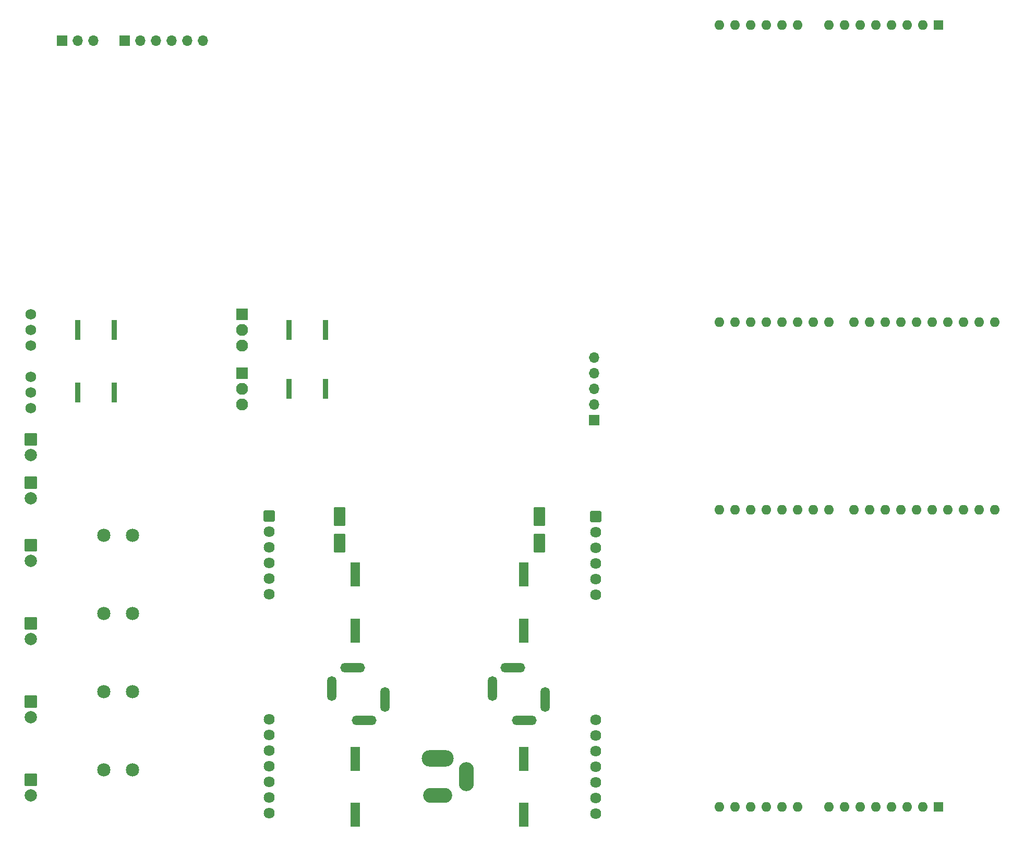
<source format=gts>
G04 #@! TF.GenerationSoftware,KiCad,Pcbnew,7.0.9*
G04 #@! TF.CreationDate,2024-03-05T13:31:22-05:00*
G04 #@! TF.ProjectId,sleep_rig_pcb,736c6565-705f-4726-9967-5f7063622e6b,rev?*
G04 #@! TF.SameCoordinates,Original*
G04 #@! TF.FileFunction,Soldermask,Top*
G04 #@! TF.FilePolarity,Negative*
%FSLAX46Y46*%
G04 Gerber Fmt 4.6, Leading zero omitted, Abs format (unit mm)*
G04 Created by KiCad (PCBNEW 7.0.9) date 2024-03-05 13:31:22*
%MOMM*%
%LPD*%
G01*
G04 APERTURE LIST*
G04 Aperture macros list*
%AMRoundRect*
0 Rectangle with rounded corners*
0 $1 Rounding radius*
0 $2 $3 $4 $5 $6 $7 $8 $9 X,Y pos of 4 corners*
0 Add a 4 corners polygon primitive as box body*
4,1,4,$2,$3,$4,$5,$6,$7,$8,$9,$2,$3,0*
0 Add four circle primitives for the rounded corners*
1,1,$1+$1,$2,$3*
1,1,$1+$1,$4,$5*
1,1,$1+$1,$6,$7*
1,1,$1+$1,$8,$9*
0 Add four rect primitives between the rounded corners*
20,1,$1+$1,$2,$3,$4,$5,0*
20,1,$1+$1,$4,$5,$6,$7,0*
20,1,$1+$1,$6,$7,$8,$9,0*
20,1,$1+$1,$8,$9,$2,$3,0*%
G04 Aperture macros list end*
%ADD10RoundRect,0.102000X-0.800000X1.400000X-0.800000X-1.400000X0.800000X-1.400000X0.800000X1.400000X0*%
%ADD11R,1.498600X3.911600*%
%ADD12RoundRect,0.102000X-0.795000X0.795000X-0.795000X-0.795000X0.795000X-0.795000X0.795000X0.795000X0*%
%ADD13C,1.794000*%
%ADD14C,2.159000*%
%ADD15RoundRect,0.102000X-0.900000X0.900000X-0.900000X-0.900000X0.900000X-0.900000X0.900000X0.900000X0*%
%ADD16C,2.004000*%
%ADD17R,0.914400X3.251200*%
%ADD18C,1.727200*%
%ADD19RoundRect,0.076200X0.892500X-0.892500X0.892500X0.892500X-0.892500X0.892500X-0.892500X-0.892500X0*%
%ADD20C,1.937400*%
%ADD21R,1.700000X1.700000*%
%ADD22O,1.700000X1.700000*%
%ADD23O,4.013200X1.498600*%
%ADD24O,1.498600X4.013200*%
%ADD25R,1.600000X1.600000*%
%ADD26O,1.600000X1.600000*%
%ADD27O,5.204000X2.704000*%
%ADD28O,4.704000X2.454000*%
%ADD29O,2.454000X4.704000*%
G04 APERTURE END LIST*
D10*
X110490000Y-106485000D03*
X110490000Y-110785000D03*
D11*
X80645000Y-145855000D03*
X80645000Y-154948200D03*
D12*
X119650000Y-106485000D03*
D13*
X119650000Y-109025000D03*
X119650000Y-111565000D03*
X119650000Y-114105000D03*
X119650000Y-116645000D03*
X119650000Y-119185000D03*
X119650000Y-139505000D03*
X119650000Y-142045000D03*
X119650000Y-144585000D03*
X119650000Y-147125000D03*
X119650000Y-149665000D03*
X119650000Y-152205000D03*
X119650000Y-154745000D03*
D14*
X44450000Y-109539999D03*
X39849999Y-109539999D03*
D15*
X27940000Y-123825000D03*
D16*
X27940000Y-126365000D03*
D17*
X41503600Y-86360000D03*
X35560000Y-86360000D03*
D14*
X44450000Y-134939999D03*
X39849999Y-134939999D03*
D11*
X80645000Y-125001600D03*
X80645000Y-115908400D03*
D17*
X75793600Y-85725000D03*
X69850000Y-85725000D03*
D18*
X27940000Y-83820000D03*
X27940000Y-86360000D03*
X27940000Y-88900000D03*
X27940000Y-73660000D03*
X27940000Y-76200000D03*
X27940000Y-78740000D03*
D15*
X27940000Y-149225000D03*
D16*
X27940000Y-151765000D03*
D19*
X62230000Y-83185000D03*
D20*
X62230000Y-85725000D03*
X62230000Y-88265000D03*
D21*
X33020000Y-29210000D03*
D22*
X35560000Y-29210000D03*
X38100000Y-29210000D03*
D15*
X27940000Y-100965000D03*
D16*
X27940000Y-103505000D03*
D11*
X107950000Y-145855000D03*
X107950000Y-154948200D03*
D17*
X41503600Y-76200000D03*
X35560000Y-76200000D03*
D23*
X82065622Y-139635810D03*
D24*
X85445600Y-136261420D03*
D23*
X80214978Y-131050610D03*
D24*
X76835000Y-134425000D03*
D14*
X44450000Y-122239999D03*
X39849999Y-122239999D03*
D25*
X175260000Y-153670000D03*
D26*
X172720000Y-153670000D03*
X170180000Y-153670000D03*
X167640000Y-153670000D03*
X165100000Y-153670000D03*
X162560000Y-153670000D03*
X160020000Y-153670000D03*
X157480000Y-153670000D03*
X152400000Y-153670000D03*
X149860000Y-153670000D03*
X147320000Y-153670000D03*
X144780000Y-153670000D03*
X142240000Y-153670000D03*
X139700000Y-153670000D03*
X139700000Y-105410000D03*
X142240000Y-105410000D03*
X144780000Y-105410000D03*
X147320000Y-105410000D03*
X149860000Y-105410000D03*
X152400000Y-105410000D03*
X154940000Y-105410000D03*
X157480000Y-105410000D03*
X161540000Y-105410000D03*
X164080000Y-105410000D03*
X166620000Y-105410000D03*
X169160000Y-105410000D03*
X171700000Y-105410000D03*
X174240000Y-105410000D03*
X176780000Y-105410000D03*
X179320000Y-105410000D03*
X181860000Y-105410000D03*
X184400000Y-105410000D03*
D14*
X44450000Y-147639999D03*
X39849999Y-147639999D03*
D11*
X107950000Y-125001600D03*
X107950000Y-115908400D03*
D21*
X43180000Y-29210000D03*
D22*
X45720000Y-29210000D03*
X48260000Y-29210000D03*
X50800000Y-29210000D03*
X53340000Y-29210000D03*
X55880000Y-29210000D03*
D12*
X66691000Y-106455500D03*
D13*
X66691000Y-108995500D03*
X66691000Y-111535500D03*
X66691000Y-114075500D03*
X66691000Y-116615500D03*
X66691000Y-119155500D03*
X66691000Y-139475500D03*
X66691000Y-142015500D03*
X66691000Y-144555500D03*
X66691000Y-147095500D03*
X66691000Y-149635500D03*
X66691000Y-152175500D03*
X66691000Y-154715500D03*
D15*
X27940000Y-93980000D03*
D16*
X27940000Y-96520000D03*
D25*
X175260000Y-26670000D03*
D26*
X172720000Y-26670000D03*
X170180000Y-26670000D03*
X167640000Y-26670000D03*
X165100000Y-26670000D03*
X162560000Y-26670000D03*
X160020000Y-26670000D03*
X157480000Y-26670000D03*
X152400000Y-26670000D03*
X149860000Y-26670000D03*
X147320000Y-26670000D03*
X144780000Y-26670000D03*
X142240000Y-26670000D03*
X139700000Y-26670000D03*
X139700000Y-74930000D03*
X142240000Y-74930000D03*
X144780000Y-74930000D03*
X147320000Y-74930000D03*
X149860000Y-74930000D03*
X152400000Y-74930000D03*
X154940000Y-74930000D03*
X157480000Y-74930000D03*
X161540000Y-74930000D03*
X164080000Y-74930000D03*
X166620000Y-74930000D03*
X169160000Y-74930000D03*
X171700000Y-74930000D03*
X174240000Y-74930000D03*
X176780000Y-74930000D03*
X179320000Y-74930000D03*
X181860000Y-74930000D03*
X184400000Y-74930000D03*
D17*
X75793600Y-76200000D03*
X69850000Y-76200000D03*
D15*
X27940000Y-136525000D03*
D16*
X27940000Y-139065000D03*
D10*
X78105000Y-106485000D03*
X78105000Y-110785000D03*
D27*
X93980000Y-145765000D03*
D28*
X93980000Y-151765000D03*
D29*
X98680000Y-148765000D03*
D15*
X27940000Y-111125000D03*
D16*
X27940000Y-113665000D03*
D23*
X108100622Y-139635810D03*
D24*
X111480600Y-136261420D03*
D23*
X106249978Y-131050610D03*
D24*
X102870000Y-134425000D03*
D21*
X119380000Y-90805000D03*
D22*
X119380000Y-88265000D03*
X119380000Y-85725000D03*
X119380000Y-83185000D03*
X119380000Y-80645000D03*
D19*
X62230000Y-73660000D03*
D20*
X62230000Y-76200000D03*
X62230000Y-78740000D03*
M02*

</source>
